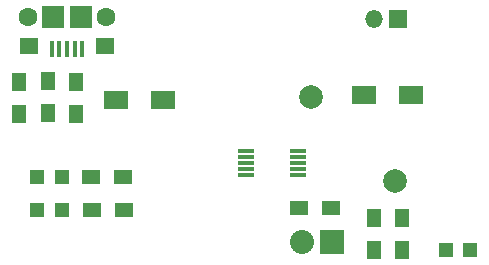
<source format=gts>
G04 #@! TF.FileFunction,Soldermask,Top*
%FSLAX46Y46*%
G04 Gerber Fmt 4.6, Leading zero omitted, Abs format (unit mm)*
G04 Created by KiCad (PCBNEW 0.201503210816+5526~22~ubuntu14.10.1-product) date Mon 23 Mar 2015 01:39:21 PM EDT*
%MOMM*%
G01*
G04 APERTURE LIST*
%ADD10C,0.100000*%
%ADD11R,2.000000X1.600000*%
%ADD12R,1.198880X1.198880*%
%ADD13R,1.500000X1.300000*%
%ADD14R,1.300000X1.500000*%
%ADD15R,1.400000X0.300000*%
%ADD16R,2.032000X2.032000*%
%ADD17O,2.032000X2.032000*%
%ADD18R,0.400000X1.350000*%
%ADD19R,1.600000X1.400000*%
%ADD20R,1.900000X1.900000*%
%ADD21C,1.600000*%
%ADD22R,1.500000X1.500000*%
%ADD23O,1.500000X1.500000*%
%ADD24C,1.998980*%
G04 APERTURE END LIST*
D10*
D11*
X156724600Y-105628440D03*
X160724600Y-105628440D03*
X181730400Y-105257600D03*
X177730400Y-105257600D03*
D12*
X186723020Y-118364000D03*
X184624980Y-118364000D03*
X150017480Y-114998500D03*
X152115520Y-114998500D03*
X150017480Y-112141000D03*
X152115520Y-112141000D03*
D13*
X157306000Y-112141000D03*
X154606000Y-112141000D03*
X157369500Y-114935000D03*
X154669500Y-114935000D03*
D14*
X180975000Y-115617000D03*
X180975000Y-118317000D03*
X178562000Y-115642400D03*
X178562000Y-118342400D03*
D13*
X172182800Y-114808000D03*
X174882800Y-114808000D03*
D14*
X148534120Y-106836200D03*
X148534120Y-104136200D03*
X150962360Y-106770160D03*
X150962360Y-104070160D03*
X153339800Y-106836200D03*
X153339800Y-104136200D03*
D15*
X167726000Y-109998000D03*
X167726000Y-110498000D03*
X167726000Y-110998000D03*
X167726000Y-111498000D03*
X167726000Y-111998000D03*
X172126000Y-111998000D03*
X172126000Y-111498000D03*
X172126000Y-110998000D03*
X172126000Y-110498000D03*
X172126000Y-109998000D03*
D16*
X175006000Y-117703600D03*
D17*
X172466000Y-117703600D03*
D18*
X152568760Y-101318440D03*
X151918760Y-101318440D03*
X151268760Y-101318440D03*
X153218760Y-101318440D03*
X153868760Y-101318440D03*
D19*
X155768760Y-101093440D03*
X149368760Y-101093440D03*
D20*
X153768760Y-98643440D03*
X151368760Y-98643440D03*
D21*
X155868760Y-98643440D03*
X149268760Y-98643440D03*
D22*
X180594000Y-98806000D03*
D23*
X178594000Y-98806000D03*
D24*
X173191898Y-105373898D03*
X180376102Y-112558102D03*
M02*

</source>
